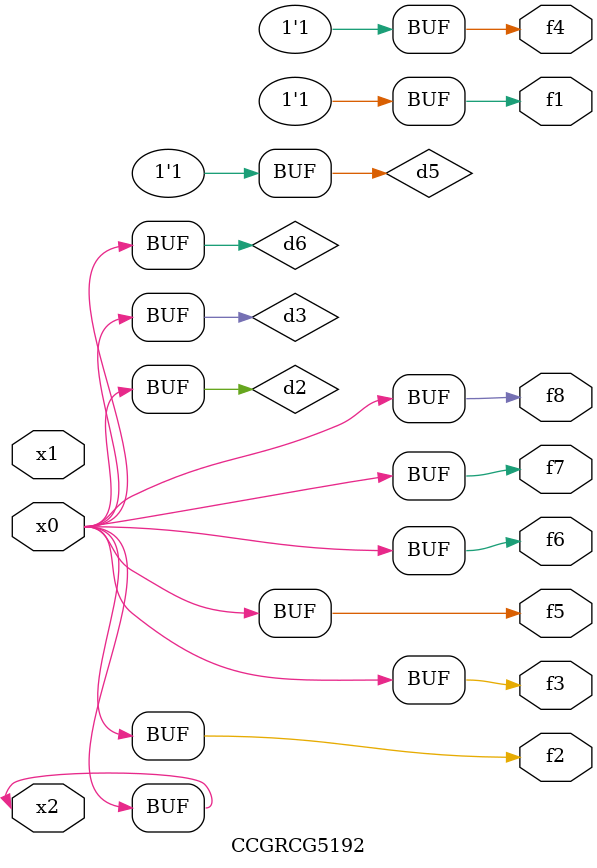
<source format=v>
module CCGRCG5192(
	input x0, x1, x2,
	output f1, f2, f3, f4, f5, f6, f7, f8
);

	wire d1, d2, d3, d4, d5, d6;

	xnor (d1, x2);
	buf (d2, x0, x2);
	and (d3, x0);
	xnor (d4, x1, x2);
	nand (d5, d1, d3);
	buf (d6, d2, d3);
	assign f1 = d5;
	assign f2 = d6;
	assign f3 = d6;
	assign f4 = d5;
	assign f5 = d6;
	assign f6 = d6;
	assign f7 = d6;
	assign f8 = d6;
endmodule

</source>
